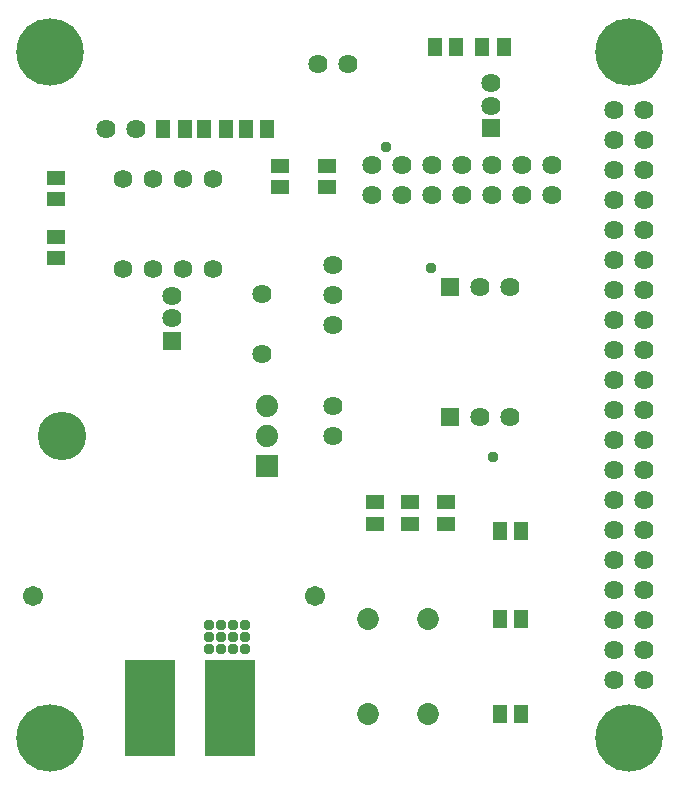
<source format=gbr>
G04 EAGLE Gerber RS-274X export*
G75*
%MOMM*%
%FSLAX34Y34*%
%LPD*%
%INSoldermask Top*%
%IPPOS*%
%AMOC8*
5,1,8,0,0,1.08239X$1,22.5*%
G01*
%ADD10C,1.625600*%
%ADD11C,1.703200*%
%ADD12R,4.203200X8.203200*%
%ADD13C,1.853200*%
%ADD14R,1.879600X1.879600*%
%ADD15C,1.879600*%
%ADD16C,4.103200*%
%ADD17R,1.625600X1.625600*%
%ADD18R,1.190500X1.515000*%
%ADD19R,1.515000X1.190500*%
%ADD20C,1.589200*%
%ADD21C,5.703200*%
%ADD22C,0.959600*%


D10*
X512300Y566300D03*
X537700Y566300D03*
X512300Y540900D03*
X537700Y540900D03*
X512300Y515500D03*
X537700Y515500D03*
X512300Y490100D03*
X537700Y490100D03*
X512300Y464700D03*
X537700Y464700D03*
X512300Y439300D03*
X537700Y439300D03*
X512300Y413900D03*
X537700Y413900D03*
X512300Y388500D03*
X537700Y388500D03*
X512300Y363100D03*
X537700Y363100D03*
X512300Y337700D03*
X537700Y337700D03*
X512300Y312300D03*
X537700Y312300D03*
X512300Y286900D03*
X537700Y286900D03*
X512300Y261500D03*
X537700Y261500D03*
X512300Y236100D03*
X537700Y236100D03*
X512300Y210700D03*
X537700Y210700D03*
X512300Y185300D03*
X537700Y185300D03*
X512300Y159900D03*
X537700Y159900D03*
X512300Y134500D03*
X537700Y134500D03*
X512300Y109100D03*
X537700Y109100D03*
X512300Y83700D03*
X537700Y83700D03*
D11*
X20500Y155000D03*
X259500Y155000D03*
D12*
X120000Y60000D03*
X187300Y60000D03*
D13*
X304600Y55000D03*
X355400Y55000D03*
D14*
X218500Y264600D03*
D15*
X218500Y290000D03*
X218500Y315400D03*
D16*
X45000Y290000D03*
D17*
X374200Y416100D03*
D10*
X399600Y416100D03*
X425000Y416100D03*
D18*
X184123Y550000D03*
X165877Y550000D03*
X219123Y550000D03*
X200877Y550000D03*
D10*
X275000Y435400D03*
X275000Y410000D03*
X275000Y384600D03*
D19*
X40000Y509123D03*
X40000Y490877D03*
X340000Y215877D03*
X340000Y234123D03*
D18*
X415877Y135000D03*
X434123Y135000D03*
D10*
X275000Y290000D03*
X275000Y315400D03*
D13*
X355400Y135000D03*
X304600Y135000D03*
D19*
X370000Y215877D03*
X370000Y234123D03*
D18*
X415877Y210000D03*
X434123Y210000D03*
D20*
X96900Y431900D03*
X122300Y431900D03*
X147700Y431900D03*
X173100Y431900D03*
X173100Y508100D03*
X147700Y508100D03*
X122300Y508100D03*
X96900Y508100D03*
D19*
X40000Y459123D03*
X40000Y440877D03*
D17*
X374200Y306100D03*
D10*
X399600Y306100D03*
X425000Y306100D03*
D19*
X270000Y519123D03*
X270000Y500877D03*
D10*
X262300Y605000D03*
X287700Y605000D03*
D19*
X310000Y215877D03*
X310000Y234123D03*
D18*
X415877Y55000D03*
X434123Y55000D03*
D10*
X460000Y520000D03*
X460000Y494600D03*
X434600Y520000D03*
X434600Y494600D03*
X409200Y520000D03*
X409200Y494600D03*
X383800Y520000D03*
X383800Y494600D03*
X358400Y520000D03*
X358400Y494600D03*
X333000Y520000D03*
X333000Y494600D03*
X307600Y520000D03*
X307600Y494600D03*
D19*
X230000Y500877D03*
X230000Y519123D03*
D10*
X107700Y550000D03*
X82300Y550000D03*
D17*
X408100Y550950D03*
D10*
X408100Y570000D03*
X408100Y589050D03*
D18*
X379123Y620000D03*
X360877Y620000D03*
X400877Y620000D03*
X419123Y620000D03*
D17*
X138100Y370950D03*
D10*
X138100Y390000D03*
X138100Y409050D03*
X215000Y359600D03*
X215000Y410400D03*
D18*
X130877Y550000D03*
X149123Y550000D03*
D21*
X35000Y615000D03*
X525000Y615000D03*
X525000Y35000D03*
X35000Y35000D03*
D22*
X200000Y130000D03*
X200000Y120000D03*
X200000Y110000D03*
X190000Y130000D03*
X190000Y120000D03*
X190000Y110000D03*
X180000Y110000D03*
X180000Y120000D03*
X180000Y130000D03*
X170000Y130000D03*
X170000Y120000D03*
X170000Y110000D03*
X320000Y535000D03*
X357500Y432500D03*
X410000Y272500D03*
M02*

</source>
